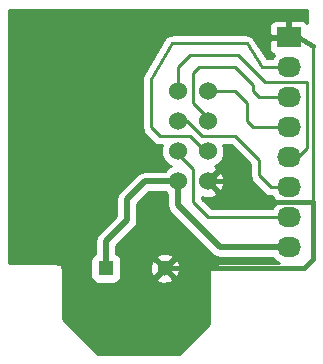
<source format=gtl>
G04 #@! TF.FileFunction,Copper,L1,Top,Signal*
%FSLAX46Y46*%
G04 Gerber Fmt 4.6, Leading zero omitted, Abs format (unit mm)*
G04 Created by KiCad (PCBNEW 4.0.1-stable) date 2016 July 16, Saturday 18:17:22*
%MOMM*%
G01*
G04 APERTURE LIST*
%ADD10C,0.100000*%
%ADD11R,2.032000X1.727200*%
%ADD12O,2.032000X1.727200*%
%ADD13C,1.524000*%
%ADD14R,1.300000X1.300000*%
%ADD15C,1.300000*%
%ADD16C,0.250000*%
%ADD17C,0.381000*%
%ADD18C,0.508000*%
%ADD19C,0.254000*%
G04 APERTURE END LIST*
D10*
D11*
X156464000Y-107188000D03*
D12*
X156464000Y-109728000D03*
X156464000Y-112268000D03*
X156464000Y-114808000D03*
X156464000Y-117348000D03*
X156464000Y-119888000D03*
X156464000Y-122428000D03*
X156464000Y-124968000D03*
D13*
X149606000Y-116840000D03*
X149606000Y-114300000D03*
X149606000Y-111760000D03*
X147066000Y-111760000D03*
X147066000Y-114300000D03*
X147066000Y-116840000D03*
X147066000Y-119380000D03*
X149606000Y-119380000D03*
D14*
X140970000Y-126746000D03*
D15*
X145970000Y-126746000D03*
D16*
X154178000Y-109728000D02*
X156464000Y-109728000D01*
X152908000Y-107696000D02*
X154178000Y-109728000D01*
X146558000Y-107696000D02*
X152908000Y-107696000D01*
X144780000Y-110744000D02*
X146558000Y-107696000D01*
X144780000Y-114808000D02*
X144780000Y-110744000D01*
X145542000Y-115570000D02*
X144780000Y-114808000D01*
X148082000Y-115570000D02*
X145542000Y-115570000D01*
X148336000Y-115824000D02*
X148082000Y-115570000D01*
X149352000Y-116840000D02*
X148336000Y-115824000D01*
X149606000Y-116840000D02*
X149352000Y-116840000D01*
X149606000Y-114300000D02*
X149606000Y-114046000D01*
X149606000Y-114046000D02*
X148336000Y-112776000D01*
X148336000Y-112776000D02*
X148336000Y-110236000D01*
X148336000Y-110236000D02*
X148844000Y-109728000D01*
X148844000Y-109728000D02*
X151892000Y-109728000D01*
X151892000Y-109728000D02*
X153416000Y-111252000D01*
X153416000Y-111252000D02*
X153416000Y-111760000D01*
X153416000Y-111760000D02*
X153924000Y-112268000D01*
X153924000Y-112268000D02*
X156464000Y-112268000D01*
X149606000Y-111760000D02*
X151892000Y-111760000D01*
X153416000Y-114808000D02*
X156464000Y-114808000D01*
X152908000Y-114300000D02*
X153416000Y-114808000D01*
X152908000Y-112776000D02*
X152908000Y-114300000D01*
X151892000Y-111760000D02*
X152908000Y-112776000D01*
X147066000Y-111760000D02*
X147066000Y-109728000D01*
X158045998Y-116528002D02*
X157226000Y-117348000D01*
X158045998Y-111055998D02*
X158045998Y-116528002D01*
X157988000Y-110998000D02*
X158045998Y-111055998D01*
X154432000Y-110998000D02*
X157988000Y-110998000D01*
X152146000Y-108712000D02*
X154432000Y-110998000D01*
X148082000Y-108712000D02*
X152146000Y-108712000D01*
X147066000Y-109728000D02*
X148082000Y-108712000D01*
X157226000Y-117348000D02*
X156464000Y-117348000D01*
X147066000Y-114300000D02*
X147828000Y-114300000D01*
X147828000Y-114300000D02*
X149098000Y-115570000D01*
X149098000Y-115570000D02*
X151892000Y-115570000D01*
X151892000Y-115570000D02*
X153924000Y-117602000D01*
X153924000Y-117602000D02*
X153924000Y-118872000D01*
X153924000Y-118872000D02*
X154940000Y-119888000D01*
X154940000Y-119888000D02*
X156464000Y-119888000D01*
X147066000Y-116840000D02*
X147066000Y-117094000D01*
X147066000Y-117094000D02*
X148336000Y-118364000D01*
X148336000Y-118364000D02*
X148336000Y-121158000D01*
X148336000Y-121158000D02*
X149606000Y-122428000D01*
X149606000Y-122428000D02*
X156464000Y-122428000D01*
D17*
X145970000Y-126746000D02*
X157734000Y-126746000D01*
X157734000Y-126746000D02*
X158496000Y-125984000D01*
X158496000Y-125984000D02*
X158496000Y-121158000D01*
X149606000Y-119380000D02*
X152908000Y-119380000D01*
X152908000Y-119380000D02*
X154686000Y-121158000D01*
X154686000Y-121158000D02*
X158496000Y-121158000D01*
X158496000Y-107950000D02*
X157226000Y-107188000D01*
D16*
X158496000Y-121158000D02*
X158496000Y-107950000D01*
X157226000Y-107188000D02*
X156464000Y-107188000D01*
D18*
X140970000Y-126746000D02*
X140970000Y-124460000D01*
X140970000Y-124460000D02*
X142748000Y-122682000D01*
X142748000Y-122682000D02*
X142748000Y-120904000D01*
X142748000Y-120904000D02*
X144272000Y-119380000D01*
X144272000Y-119380000D02*
X147066000Y-119380000D01*
X147066000Y-119380000D02*
X147066000Y-121412000D01*
X147066000Y-121412000D02*
X150622000Y-124968000D01*
X150622000Y-124968000D02*
X156464000Y-124968000D01*
D19*
G36*
X158040000Y-106017024D02*
X158018327Y-105964701D01*
X157839698Y-105786073D01*
X157606309Y-105689400D01*
X156749750Y-105689400D01*
X156591000Y-105848150D01*
X156591000Y-107061000D01*
X156611000Y-107061000D01*
X156611000Y-107315000D01*
X156591000Y-107315000D01*
X156591000Y-107335000D01*
X156337000Y-107335000D01*
X156337000Y-107315000D01*
X154971750Y-107315000D01*
X154813000Y-107473750D01*
X154813000Y-108177910D01*
X154909673Y-108411299D01*
X155088302Y-108589927D01*
X155241780Y-108653500D01*
X155219585Y-108668330D01*
X155019352Y-108968000D01*
X154599228Y-108968000D01*
X153552479Y-107293201D01*
X153493343Y-107230350D01*
X153445401Y-107158599D01*
X153392705Y-107123389D01*
X153349276Y-107077231D01*
X153270591Y-107041795D01*
X153198839Y-106993852D01*
X153136680Y-106981488D01*
X153078893Y-106955463D01*
X152992638Y-106952836D01*
X152908000Y-106936000D01*
X146558000Y-106936000D01*
X146462142Y-106955067D01*
X146364585Y-106961023D01*
X146317994Y-106983741D01*
X146267161Y-106993852D01*
X146185897Y-107048151D01*
X146098045Y-107090987D01*
X146063696Y-107129803D01*
X146020599Y-107158599D01*
X145966300Y-107239863D01*
X145901528Y-107313058D01*
X144123528Y-110361058D01*
X144106647Y-110410066D01*
X144077852Y-110453161D01*
X144058784Y-110549020D01*
X144026954Y-110641429D01*
X144030112Y-110693162D01*
X144020000Y-110744000D01*
X144020000Y-114808000D01*
X144077852Y-115098839D01*
X144242599Y-115345401D01*
X145004599Y-116107401D01*
X145251161Y-116272148D01*
X145542000Y-116330000D01*
X145765121Y-116330000D01*
X145669243Y-116560900D01*
X145668758Y-117116661D01*
X145880990Y-117630303D01*
X146273630Y-118023629D01*
X146481512Y-118109949D01*
X146275697Y-118194990D01*
X145979170Y-118491000D01*
X144272000Y-118491000D01*
X143931794Y-118558671D01*
X143643382Y-118751382D01*
X142119382Y-120275382D01*
X141926671Y-120563794D01*
X141859000Y-120904000D01*
X141859000Y-122313764D01*
X140341382Y-123831382D01*
X140148671Y-124119794D01*
X140081000Y-124460000D01*
X140081000Y-125495208D01*
X139868559Y-125631910D01*
X139723569Y-125844110D01*
X139672560Y-126096000D01*
X139672560Y-127396000D01*
X139716838Y-127631317D01*
X139855910Y-127847441D01*
X140068110Y-127992431D01*
X140320000Y-128043440D01*
X141620000Y-128043440D01*
X141855317Y-127999162D01*
X142071441Y-127860090D01*
X142216431Y-127647890D01*
X142217012Y-127645016D01*
X145250590Y-127645016D01*
X145306271Y-127875611D01*
X145789078Y-128043622D01*
X146299428Y-128014083D01*
X146633729Y-127875611D01*
X146689410Y-127645016D01*
X145970000Y-126925605D01*
X145250590Y-127645016D01*
X142217012Y-127645016D01*
X142267440Y-127396000D01*
X142267440Y-126565078D01*
X144672378Y-126565078D01*
X144701917Y-127075428D01*
X144840389Y-127409729D01*
X145070984Y-127465410D01*
X145790395Y-126746000D01*
X146149605Y-126746000D01*
X146869016Y-127465410D01*
X147099611Y-127409729D01*
X147267622Y-126926922D01*
X147238083Y-126416572D01*
X147099611Y-126082271D01*
X146869016Y-126026590D01*
X146149605Y-126746000D01*
X145790395Y-126746000D01*
X145070984Y-126026590D01*
X144840389Y-126082271D01*
X144672378Y-126565078D01*
X142267440Y-126565078D01*
X142267440Y-126096000D01*
X142223162Y-125860683D01*
X142214347Y-125846984D01*
X145250590Y-125846984D01*
X145970000Y-126566395D01*
X146689410Y-125846984D01*
X146633729Y-125616389D01*
X146150922Y-125448378D01*
X145640572Y-125477917D01*
X145306271Y-125616389D01*
X145250590Y-125846984D01*
X142214347Y-125846984D01*
X142084090Y-125644559D01*
X141871890Y-125499569D01*
X141859000Y-125496959D01*
X141859000Y-124828236D01*
X143376618Y-123310618D01*
X143497204Y-123130148D01*
X143569329Y-123022206D01*
X143637000Y-122682000D01*
X143637000Y-121272236D01*
X144640236Y-120269000D01*
X145979515Y-120269000D01*
X146177000Y-120466830D01*
X146177000Y-121412000D01*
X146244671Y-121752206D01*
X146355451Y-121918000D01*
X146437382Y-122040618D01*
X149993382Y-125596618D01*
X150281794Y-125789329D01*
X150622000Y-125857000D01*
X155105547Y-125857000D01*
X155219585Y-126027670D01*
X155612189Y-126290000D01*
X150622000Y-126290000D01*
X150350295Y-126344046D01*
X150318935Y-126365000D01*
X149860000Y-126365000D01*
X149810590Y-126375006D01*
X149768965Y-126403447D01*
X149741685Y-126445841D01*
X149733000Y-126492000D01*
X149733000Y-131456908D01*
X147204908Y-133985000D01*
X140323092Y-133985000D01*
X137362000Y-131023908D01*
X137362000Y-127000000D01*
X137307954Y-126728295D01*
X137287000Y-126696935D01*
X137287000Y-126492000D01*
X137276994Y-126442590D01*
X137248553Y-126400965D01*
X137206159Y-126373685D01*
X137160000Y-126365000D01*
X136955065Y-126365000D01*
X136923705Y-126344046D01*
X136652000Y-126290000D01*
X132790000Y-126290000D01*
X132790000Y-106198090D01*
X154813000Y-106198090D01*
X154813000Y-106902250D01*
X154971750Y-107061000D01*
X156337000Y-107061000D01*
X156337000Y-105848150D01*
X156178250Y-105689400D01*
X155321691Y-105689400D01*
X155088302Y-105786073D01*
X154909673Y-105964701D01*
X154813000Y-106198090D01*
X132790000Y-106198090D01*
X132790000Y-104850000D01*
X158040000Y-104850000D01*
X158040000Y-106017024D01*
X158040000Y-106017024D01*
G37*
X158040000Y-106017024D02*
X158018327Y-105964701D01*
X157839698Y-105786073D01*
X157606309Y-105689400D01*
X156749750Y-105689400D01*
X156591000Y-105848150D01*
X156591000Y-107061000D01*
X156611000Y-107061000D01*
X156611000Y-107315000D01*
X156591000Y-107315000D01*
X156591000Y-107335000D01*
X156337000Y-107335000D01*
X156337000Y-107315000D01*
X154971750Y-107315000D01*
X154813000Y-107473750D01*
X154813000Y-108177910D01*
X154909673Y-108411299D01*
X155088302Y-108589927D01*
X155241780Y-108653500D01*
X155219585Y-108668330D01*
X155019352Y-108968000D01*
X154599228Y-108968000D01*
X153552479Y-107293201D01*
X153493343Y-107230350D01*
X153445401Y-107158599D01*
X153392705Y-107123389D01*
X153349276Y-107077231D01*
X153270591Y-107041795D01*
X153198839Y-106993852D01*
X153136680Y-106981488D01*
X153078893Y-106955463D01*
X152992638Y-106952836D01*
X152908000Y-106936000D01*
X146558000Y-106936000D01*
X146462142Y-106955067D01*
X146364585Y-106961023D01*
X146317994Y-106983741D01*
X146267161Y-106993852D01*
X146185897Y-107048151D01*
X146098045Y-107090987D01*
X146063696Y-107129803D01*
X146020599Y-107158599D01*
X145966300Y-107239863D01*
X145901528Y-107313058D01*
X144123528Y-110361058D01*
X144106647Y-110410066D01*
X144077852Y-110453161D01*
X144058784Y-110549020D01*
X144026954Y-110641429D01*
X144030112Y-110693162D01*
X144020000Y-110744000D01*
X144020000Y-114808000D01*
X144077852Y-115098839D01*
X144242599Y-115345401D01*
X145004599Y-116107401D01*
X145251161Y-116272148D01*
X145542000Y-116330000D01*
X145765121Y-116330000D01*
X145669243Y-116560900D01*
X145668758Y-117116661D01*
X145880990Y-117630303D01*
X146273630Y-118023629D01*
X146481512Y-118109949D01*
X146275697Y-118194990D01*
X145979170Y-118491000D01*
X144272000Y-118491000D01*
X143931794Y-118558671D01*
X143643382Y-118751382D01*
X142119382Y-120275382D01*
X141926671Y-120563794D01*
X141859000Y-120904000D01*
X141859000Y-122313764D01*
X140341382Y-123831382D01*
X140148671Y-124119794D01*
X140081000Y-124460000D01*
X140081000Y-125495208D01*
X139868559Y-125631910D01*
X139723569Y-125844110D01*
X139672560Y-126096000D01*
X139672560Y-127396000D01*
X139716838Y-127631317D01*
X139855910Y-127847441D01*
X140068110Y-127992431D01*
X140320000Y-128043440D01*
X141620000Y-128043440D01*
X141855317Y-127999162D01*
X142071441Y-127860090D01*
X142216431Y-127647890D01*
X142217012Y-127645016D01*
X145250590Y-127645016D01*
X145306271Y-127875611D01*
X145789078Y-128043622D01*
X146299428Y-128014083D01*
X146633729Y-127875611D01*
X146689410Y-127645016D01*
X145970000Y-126925605D01*
X145250590Y-127645016D01*
X142217012Y-127645016D01*
X142267440Y-127396000D01*
X142267440Y-126565078D01*
X144672378Y-126565078D01*
X144701917Y-127075428D01*
X144840389Y-127409729D01*
X145070984Y-127465410D01*
X145790395Y-126746000D01*
X146149605Y-126746000D01*
X146869016Y-127465410D01*
X147099611Y-127409729D01*
X147267622Y-126926922D01*
X147238083Y-126416572D01*
X147099611Y-126082271D01*
X146869016Y-126026590D01*
X146149605Y-126746000D01*
X145790395Y-126746000D01*
X145070984Y-126026590D01*
X144840389Y-126082271D01*
X144672378Y-126565078D01*
X142267440Y-126565078D01*
X142267440Y-126096000D01*
X142223162Y-125860683D01*
X142214347Y-125846984D01*
X145250590Y-125846984D01*
X145970000Y-126566395D01*
X146689410Y-125846984D01*
X146633729Y-125616389D01*
X146150922Y-125448378D01*
X145640572Y-125477917D01*
X145306271Y-125616389D01*
X145250590Y-125846984D01*
X142214347Y-125846984D01*
X142084090Y-125644559D01*
X141871890Y-125499569D01*
X141859000Y-125496959D01*
X141859000Y-124828236D01*
X143376618Y-123310618D01*
X143497204Y-123130148D01*
X143569329Y-123022206D01*
X143637000Y-122682000D01*
X143637000Y-121272236D01*
X144640236Y-120269000D01*
X145979515Y-120269000D01*
X146177000Y-120466830D01*
X146177000Y-121412000D01*
X146244671Y-121752206D01*
X146355451Y-121918000D01*
X146437382Y-122040618D01*
X149993382Y-125596618D01*
X150281794Y-125789329D01*
X150622000Y-125857000D01*
X155105547Y-125857000D01*
X155219585Y-126027670D01*
X155612189Y-126290000D01*
X150622000Y-126290000D01*
X150350295Y-126344046D01*
X150318935Y-126365000D01*
X149860000Y-126365000D01*
X149810590Y-126375006D01*
X149768965Y-126403447D01*
X149741685Y-126445841D01*
X149733000Y-126492000D01*
X149733000Y-131456908D01*
X147204908Y-133985000D01*
X140323092Y-133985000D01*
X137362000Y-131023908D01*
X137362000Y-127000000D01*
X137307954Y-126728295D01*
X137287000Y-126696935D01*
X137287000Y-126492000D01*
X137276994Y-126442590D01*
X137248553Y-126400965D01*
X137206159Y-126373685D01*
X137160000Y-126365000D01*
X136955065Y-126365000D01*
X136923705Y-126344046D01*
X136652000Y-126290000D01*
X132790000Y-126290000D01*
X132790000Y-106198090D01*
X154813000Y-106198090D01*
X154813000Y-106902250D01*
X154971750Y-107061000D01*
X156337000Y-107061000D01*
X156337000Y-105848150D01*
X156178250Y-105689400D01*
X155321691Y-105689400D01*
X155088302Y-105786073D01*
X154909673Y-105964701D01*
X154813000Y-106198090D01*
X132790000Y-106198090D01*
X132790000Y-104850000D01*
X158040000Y-104850000D01*
X158040000Y-106017024D01*
G36*
X153164000Y-117916802D02*
X153164000Y-118872000D01*
X153221852Y-119162839D01*
X153386599Y-119409401D01*
X154402599Y-120425401D01*
X154649161Y-120590148D01*
X154940000Y-120648000D01*
X155019352Y-120648000D01*
X155219585Y-120947670D01*
X155534366Y-121158000D01*
X155219585Y-121368330D01*
X155019352Y-121668000D01*
X149920802Y-121668000D01*
X149096000Y-120843198D01*
X149096000Y-120681293D01*
X149398302Y-120789144D01*
X149953368Y-120761362D01*
X150337143Y-120602397D01*
X150406608Y-120360213D01*
X149606000Y-119559605D01*
X149591858Y-119573748D01*
X149412253Y-119394143D01*
X149426395Y-119380000D01*
X149785605Y-119380000D01*
X150586213Y-120180608D01*
X150828397Y-120111143D01*
X151015144Y-119587698D01*
X150987362Y-119032632D01*
X150828397Y-118648857D01*
X150586213Y-118579392D01*
X149785605Y-119380000D01*
X149426395Y-119380000D01*
X149412253Y-119365858D01*
X149591858Y-119186253D01*
X149606000Y-119200395D01*
X150406608Y-118399787D01*
X150337143Y-118157603D01*
X150196682Y-118107491D01*
X150396303Y-118025010D01*
X150789629Y-117632370D01*
X151002757Y-117119100D01*
X151003242Y-116563339D01*
X150906829Y-116330000D01*
X151577198Y-116330000D01*
X153164000Y-117916802D01*
X153164000Y-117916802D01*
G37*
X153164000Y-117916802D02*
X153164000Y-118872000D01*
X153221852Y-119162839D01*
X153386599Y-119409401D01*
X154402599Y-120425401D01*
X154649161Y-120590148D01*
X154940000Y-120648000D01*
X155019352Y-120648000D01*
X155219585Y-120947670D01*
X155534366Y-121158000D01*
X155219585Y-121368330D01*
X155019352Y-121668000D01*
X149920802Y-121668000D01*
X149096000Y-120843198D01*
X149096000Y-120681293D01*
X149398302Y-120789144D01*
X149953368Y-120761362D01*
X150337143Y-120602397D01*
X150406608Y-120360213D01*
X149606000Y-119559605D01*
X149591858Y-119573748D01*
X149412253Y-119394143D01*
X149426395Y-119380000D01*
X149785605Y-119380000D01*
X150586213Y-120180608D01*
X150828397Y-120111143D01*
X151015144Y-119587698D01*
X150987362Y-119032632D01*
X150828397Y-118648857D01*
X150586213Y-118579392D01*
X149785605Y-119380000D01*
X149426395Y-119380000D01*
X149412253Y-119365858D01*
X149591858Y-119186253D01*
X149606000Y-119200395D01*
X150406608Y-118399787D01*
X150337143Y-118157603D01*
X150196682Y-118107491D01*
X150396303Y-118025010D01*
X150789629Y-117632370D01*
X151002757Y-117119100D01*
X151003242Y-116563339D01*
X150906829Y-116330000D01*
X151577198Y-116330000D01*
X153164000Y-117916802D01*
M02*

</source>
